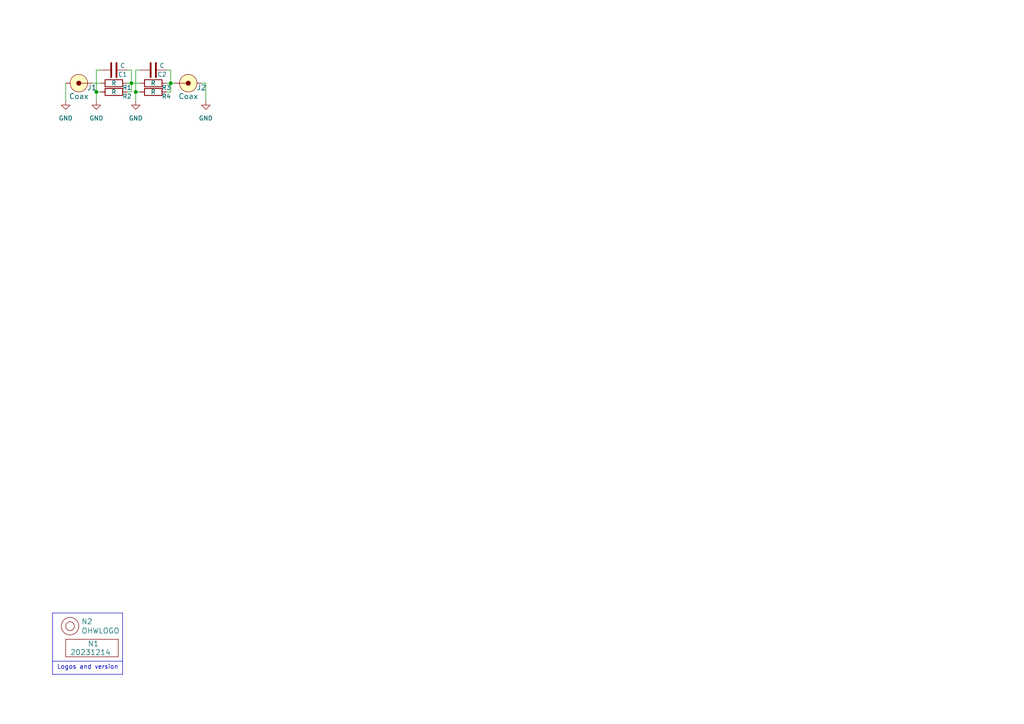
<source format=kicad_sch>
(kicad_sch (version 20230121) (generator eeschema)
  (paper "A4")
  (lib_symbols
    (symbol "Device:C" (pin_numbers hide) (pin_names (offset 0.254))
      (property "Reference" "C" (at 0.635 2.54 0))
      (property "Value" "C" (at 0.635 -2.54 0))
      (symbol "C_0_1"
        (polyline (pts (xy -2.032 -0.762) (xy 2.032 -0.762)) (stroke (width 0.508)))
        (polyline (pts (xy -2.032 0.762) (xy 2.032 0.762)) (stroke (width 0.508)))
      )
      (symbol "C_1_1"
        (pin passive line (at 0 3.81 270) (length 2.794) (name "~") (number "1"))
        (pin passive line (at 0 -3.81 90) (length 2.794) (name "~") (number "2"))
      )
    )
    (symbol "Device:R" (pin_numbers hide) (pin_names (offset 0))
      (property "Reference" "R" (at 2.032 0 90))
      (property "Value" "R" (at 0 0 90))
      (symbol "R_0_1"
        (rectangle (start -1.016 -2.54) (end 1.016 2.54) (stroke (width 0.254)))
      )
      (symbol "R_1_1"
        (pin passive line (at 0 3.81 270) (length 1.27) (name "~") (number "1"))
        (pin passive line (at 0 -3.81 90) (length 1.27) (name "~") (number "2"))
      )
    )
    (symbol "SquantorConnectors:Coax" (pin_numbers hide) (pin_names (offset 1.016) hide)
      (property "Reference" "J" (at 0 3.81 0))
      (property "Value" "Coax" (at 0 -5.715 0))
      (symbol "Coax_0_1"
        (polyline (pts (xy -2.54 0) (xy 0 0)))
        (circle (center 0 0) (radius 0.635) (fill (type outline)))
        (circle (center 0 0) (radius 2.54) (fill (type background)))
      )
      (symbol "Coax_1_1"
        (pin passive line (at -3.81 0 0) (length 1.27) (name "~") (number "1"))
        (pin passive line (at 3.81 0 180) (length 1.27) (name "~") (number "2"))
      )
    )
    (symbol "SquantorLabels:OHWLOGO" (pin_names (offset 1.016))
      (property "Reference" "N" (at 0 3.81 0))
      (property "Value" "OHWLOGO" (at 0 -3.81 0))
      (symbol "OHWLOGO_0_1"
        (circle (center 0 0) (radius 1.27))
        (circle (center 0 0) (radius 2.54))
      )
    )
    (symbol "SquantorLabels:VYYYYMMDD" (pin_names (offset 1.016))
      (property "Reference" "N" (at 0 2.54 0))
      (property "Value" "VYYYYMMDD" (at 0 0 0))
      (symbol "VYYYYMMDD_0_1"
        (rectangle (start 7.62 -1.27) (end -7.62 3.81))
      )
    )
    (symbol "power:GND" (power) (pin_names (offset 0))
      (property "Value" "GND" (at 0 -3.81 0))
      (symbol "GND_0_1"
        (polyline (pts (xy 0 0) (xy 0 -1.27) (xy 1.27 -1.27) (xy 0 -2.54) (xy -1.27 -1.27) (xy 0 -1.27)))
      )
      (symbol "GND_1_1"
        (pin power_in line (at 0 0 270) (length 0) hide (name "GND") (number "1"))
      )
    )
  )
  (junction (at 49.53 24.13))
  (junction (at 39.37 26.67))
  (junction (at 27.94 26.67))
  (junction (at 38.1 24.13))
  (wire (pts (xy 38.1 24.13) (xy 38.1 26.67)))
  (wire (pts (xy 36.83 24.13) (xy 38.1 24.13)))
  (wire (pts (xy 19.05 24.13) (xy 19.05 29.21)))
  (wire (pts (xy 39.37 26.67) (xy 39.37 29.21)))
  (wire (pts (xy 27.94 26.67) (xy 27.94 29.21)))
  (polyline (pts (xy 15.24 177.8) (xy 15.24 195.58)))
  (polyline (pts (xy 35.56 177.8) (xy 15.24 177.8)))
  (wire (pts (xy 59.69 29.21) (xy 59.69 24.13)))
  (wire (pts (xy 49.53 24.13) (xy 49.53 20.32)))
  (wire (pts (xy 40.64 20.32) (xy 39.37 20.32)))
  (wire (pts (xy 38.1 24.13) (xy 40.64 24.13)))
  (wire (pts (xy 49.53 24.13) (xy 50.8 24.13)))
  (wire (pts (xy 26.67 24.13) (xy 29.21 24.13)))
  (wire (pts (xy 49.53 26.67) (xy 48.26 26.67)))
  (wire (pts (xy 49.53 20.32) (xy 48.26 20.32)))
  (wire (pts (xy 29.21 26.67) (xy 27.94 26.67)))
  (wire (pts (xy 40.64 26.67) (xy 39.37 26.67)))
  (wire (pts (xy 38.1 26.67) (xy 36.83 26.67)))
  (wire (pts (xy 48.26 24.13) (xy 49.53 24.13)))
  (wire (pts (xy 49.53 24.13) (xy 49.53 26.67)))
  (wire (pts (xy 27.94 20.32) (xy 27.94 26.67)))
  (polyline (pts (xy 35.56 195.58) (xy 35.56 177.8)))
  (polyline (pts (xy 15.24 195.58) (xy 35.56 195.58)))
  (wire (pts (xy 59.69 24.13) (xy 58.42 24.13)))
  (wire (pts (xy 36.83 20.32) (xy 38.1 20.32)))
  (wire (pts (xy 38.1 20.32) (xy 38.1 24.13)))
  (wire (pts (xy 29.21 20.32) (xy 27.94 20.32)))
  (polyline (pts (xy 15.24 191.77) (xy 35.56 191.77)))
  (wire (pts (xy 39.37 20.32) (xy 39.37 26.67)))
  (text "Logos and version" (at 16.51 194.31 0) (effects (font (size 1.27 1.27)) (justify left bottom)))
  (symbol (lib_id "SquantorLabels:VYYYYMMDD") (at 26.67 189.23 0) (unit 1)
    (property "Reference" "N1" (at 25.4 186.69 0) (effects (font (size 1.524 1.524)) (justify left)))
    (property "Value" "20231214" (at 20.32 189.23 0) (effects (font (size 1.524 1.524)) (justify left)))
    (property "Footprint" "SquantorLabels:Label_Generic" (effects hide))
  )
  (symbol (lib_id "SquantorLabels:OHWLOGO") (at 20.32 181.61 0) (unit 1)
    (property "Reference" "N2" (at 23.5712 180.2638 0) (effects (font (size 1.524 1.524)) (justify left)))
    (property "Value" "OHWLOGO" (at 23.5712 182.9562 0) (effects (font (size 1.524 1.524)) (justify left)))
    (property "Footprint" "Symbol:OSHW-Symbol_6.7x6mm_SilkScreen" (effects hide))
  )
  (symbol (lib_id "Device:R") (at 44.45 24.13 90) (unit 1)
    (property "Reference" "R3" (at 48.26 25.4 90))
    (property "Value" "R" (at 44.45 24.13 90))
    (property "Footprint" "SquantorResistor:R_0805+0603" (effects hide))
  )
  (symbol (lib_id "Device:C") (at 44.45 20.32 90) (unit 1)
    (property "Reference" "C2" (at 46.99 21.59 90))
    (property "Value" "C" (at 46.99 19.05 90))
    (property "Footprint" "SquantorCapacitor:C_0402+0603+0805+TH" (effects hide))
  )
  (symbol (lib_id "Device:R") (at 44.45 26.67 90) (unit 1)
    (property "Reference" "R4" (at 48.26 27.94 90))
    (property "Value" "R" (at 44.45 26.67 90))
    (property "Footprint" "SquantorResistor:R_0805+0603" (effects hide))
  )
  (symbol (lib_id "power:GND") (at 39.37 29.21 0) (unit 1)
    (property "Reference" "#PWR03" (effects hide))
    (property "Value" "GND" (at 39.37 34.29 0))
  )
  (symbol (lib_id "Device:C") (at 33.02 20.32 90) (unit 1)
    (property "Reference" "C1" (at 35.56 21.59 90))
    (property "Value" "C" (at 35.56 19.05 90))
    (property "Footprint" "SquantorCapacitor:C_0402+0603+0805+TH" (effects hide))
  )
  (symbol (lib_id "SquantorConnectors:Coax") (at 22.86 24.13 0) (mirror y) (unit 1)
    (property "Reference" "J1" (at 26.67 25.4 0) (effects (font (size 1.524 1.524))))
    (property "Value" "Coax" (at 22.86 27.94 0) (effects (font (size 1.524 1.524))))
    (property "Footprint" "SquantorConnectors:coax_edge_1.5_center_5_side" (effects hide))
  )
  (symbol (lib_id "Device:R") (at 33.02 24.13 90) (unit 1)
    (property "Reference" "R1" (at 36.83 25.4 90))
    (property "Value" "R" (at 33.02 24.13 90))
    (property "Footprint" "SquantorResistor:R_0805+0603" (effects hide))
  )
  (symbol (lib_id "power:GND") (at 27.94 29.21 0) (unit 1)
    (property "Reference" "#PWR02" (effects hide))
    (property "Value" "GND" (at 27.94 34.29 0))
  )
  (symbol (lib_id "Device:R") (at 33.02 26.67 90) (unit 1)
    (property "Reference" "R2" (at 36.83 27.94 90))
    (property "Value" "R" (at 33.02 26.67 90))
    (property "Footprint" "SquantorResistor:R_0805+0603" (effects hide))
  )
  (symbol (lib_id "SquantorConnectors:Coax") (at 54.61 24.13 0) (unit 1)
    (property "Reference" "J2" (at 58.42 25.4 0) (effects (font (size 1.524 1.524))))
    (property "Value" "Coax" (at 54.61 27.94 0) (effects (font (size 1.524 1.524))))
    (property "Footprint" "SquantorConnectors:coax_edge_1.5_center_5_side" (effects hide))
  )
  (symbol (lib_id "power:GND") (at 59.69 29.21 0) (unit 1)
    (property "Reference" "#PWR04" (effects hide))
    (property "Value" "GND" (at 59.69 34.29 0))
  )
  (symbol (lib_id "power:GND") (at 19.05 29.21 0) (unit 1)
    (property "Reference" "#PWR01" (effects hide))
    (property "Value" "GND" (at 19.05 34.29 0))
  )
)
</source>
